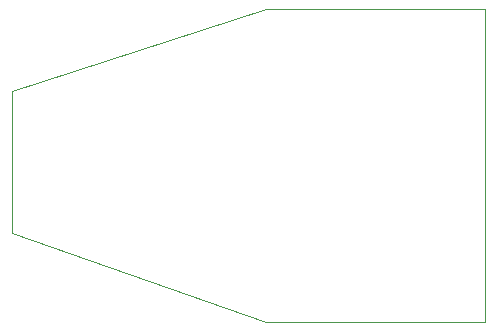
<source format=gbr>
%TF.GenerationSoftware,KiCad,Pcbnew,8.0.2*%
%TF.CreationDate,2024-07-29T23:59:12+02:00*%
%TF.ProjectId,latchingRelay,6c617463-6869-46e6-9752-656c61792e6b,rev?*%
%TF.SameCoordinates,Original*%
%TF.FileFunction,Profile,NP*%
%FSLAX46Y46*%
G04 Gerber Fmt 4.6, Leading zero omitted, Abs format (unit mm)*
G04 Created by KiCad (PCBNEW 8.0.2) date 2024-07-29 23:59:12*
%MOMM*%
%LPD*%
G01*
G04 APERTURE LIST*
%TA.AperFunction,Profile*%
%ADD10C,0.100000*%
%TD*%
G04 APERTURE END LIST*
D10*
X167000000Y-75500000D02*
X167000000Y-102000000D01*
X167000000Y-102000000D02*
X148500000Y-102000000D01*
X127000000Y-94500000D02*
X127000000Y-82500000D01*
X127000000Y-82500000D02*
X148500000Y-75500000D01*
X148500000Y-75500000D02*
X167000000Y-75500000D01*
X127000000Y-94500000D02*
X148500000Y-102000000D01*
M02*

</source>
